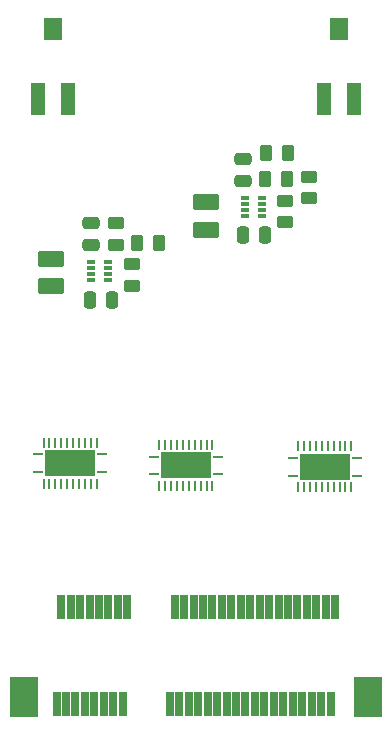
<source format=gbr>
%TF.GenerationSoftware,KiCad,Pcbnew,9.0.1+dfsg-1*%
%TF.CreationDate,2025-05-01T11:00:42+02:00*%
%TF.ProjectId,cellular-modem,63656c6c-756c-4617-922d-6d6f64656d2e,rev?*%
%TF.SameCoordinates,Original*%
%TF.FileFunction,Paste,Top*%
%TF.FilePolarity,Positive*%
%FSLAX46Y46*%
G04 Gerber Fmt 4.6, Leading zero omitted, Abs format (unit mm)*
G04 Created by KiCad (PCBNEW 9.0.1+dfsg-1) date 2025-05-01 11:00:42*
%MOMM*%
%LPD*%
G01*
G04 APERTURE LIST*
G04 Aperture macros list*
%AMRoundRect*
0 Rectangle with rounded corners*
0 $1 Rounding radius*
0 $2 $3 $4 $5 $6 $7 $8 $9 X,Y pos of 4 corners*
0 Add a 4 corners polygon primitive as box body*
4,1,4,$2,$3,$4,$5,$6,$7,$8,$9,$2,$3,0*
0 Add four circle primitives for the rounded corners*
1,1,$1+$1,$2,$3*
1,1,$1+$1,$4,$5*
1,1,$1+$1,$6,$7*
1,1,$1+$1,$8,$9*
0 Add four rect primitives between the rounded corners*
20,1,$1+$1,$2,$3,$4,$5,0*
20,1,$1+$1,$4,$5,$6,$7,0*
20,1,$1+$1,$6,$7,$8,$9,0*
20,1,$1+$1,$8,$9,$2,$3,0*%
G04 Aperture macros list end*
%ADD10C,0.000000*%
%ADD11R,0.812800X0.254000*%
%ADD12R,0.254000X0.812800*%
%ADD13R,4.191000X2.209800*%
%ADD14R,0.660000X0.320000*%
%ADD15RoundRect,0.250001X0.849999X-0.462499X0.849999X0.462499X-0.849999X0.462499X-0.849999X-0.462499X0*%
%ADD16RoundRect,0.250000X-0.450000X0.262500X-0.450000X-0.262500X0.450000X-0.262500X0.450000X0.262500X0*%
%ADD17RoundRect,0.250000X0.250000X0.475000X-0.250000X0.475000X-0.250000X-0.475000X0.250000X-0.475000X0*%
%ADD18RoundRect,0.250000X0.450000X-0.262500X0.450000X0.262500X-0.450000X0.262500X-0.450000X-0.262500X0*%
%ADD19R,1.500000X1.900000*%
%ADD20R,1.200000X2.700000*%
%ADD21RoundRect,0.250000X-0.262500X-0.450000X0.262500X-0.450000X0.262500X0.450000X-0.262500X0.450000X0*%
%ADD22R,0.640000X2.108200*%
%ADD23R,2.438400X3.352800*%
%ADD24RoundRect,0.250000X0.475000X-0.250000X0.475000X0.250000X-0.475000X0.250000X-0.475000X-0.250000X0*%
G04 APERTURE END LIST*
D10*
%TO.C,U3*%
G36*
X99226700Y-79224901D02*
G01*
X98029700Y-79224901D01*
X98029700Y-77215101D01*
X99226700Y-77215101D01*
X99226700Y-79224901D01*
G37*
G36*
X100623700Y-79224901D02*
G01*
X99426700Y-79224901D01*
X99426700Y-77215101D01*
X100623700Y-77215101D01*
X100623700Y-79224901D01*
G37*
G36*
X102020700Y-79224901D02*
G01*
X100823700Y-79224901D01*
X100823700Y-77215101D01*
X102020700Y-77215101D01*
X102020700Y-79224901D01*
G37*
%TO.C,U2*%
G36*
X87466500Y-79109900D02*
G01*
X86269500Y-79109900D01*
X86269500Y-77100100D01*
X87466500Y-77100100D01*
X87466500Y-79109900D01*
G37*
G36*
X88863500Y-79109900D02*
G01*
X87666500Y-79109900D01*
X87666500Y-77100100D01*
X88863500Y-77100100D01*
X88863500Y-79109900D01*
G37*
G36*
X90260500Y-79109900D02*
G01*
X89063500Y-79109900D01*
X89063500Y-77100100D01*
X90260500Y-77100100D01*
X90260500Y-79109900D01*
G37*
%TO.C,U1*%
G36*
X77667500Y-78932100D02*
G01*
X76470500Y-78932100D01*
X76470500Y-76922300D01*
X77667500Y-76922300D01*
X77667500Y-78932100D01*
G37*
G36*
X79064500Y-78932100D02*
G01*
X77867500Y-78932100D01*
X77867500Y-76922300D01*
X79064500Y-76922300D01*
X79064500Y-78932100D01*
G37*
G36*
X80461500Y-78932100D02*
G01*
X79264500Y-78932100D01*
X79264500Y-76922300D01*
X80461500Y-76922300D01*
X80461500Y-78932100D01*
G37*
%TD*%
D11*
%TO.C,U3*%
X102743000Y-77470000D03*
D12*
X102275201Y-76492801D03*
X101775199Y-76492801D03*
X101275200Y-76492801D03*
X100775201Y-76492801D03*
X100275200Y-76492801D03*
X99775200Y-76492801D03*
X99275199Y-76492801D03*
X98775200Y-76492801D03*
X98275201Y-76492801D03*
X97775199Y-76492801D03*
D11*
X97307400Y-77470000D03*
X97307400Y-78970002D03*
D12*
X97775199Y-79947201D03*
X98275201Y-79947201D03*
X98775200Y-79947201D03*
X99275199Y-79947201D03*
X99775200Y-79947201D03*
X100275200Y-79947201D03*
X100775201Y-79947201D03*
X101275200Y-79947201D03*
X101775199Y-79947201D03*
X102275201Y-79947201D03*
D11*
X102743000Y-78970002D03*
D13*
X100025200Y-78220001D03*
%TD*%
D14*
%TO.C,U4*%
X80220200Y-60916840D03*
X80220200Y-61416840D03*
X80220200Y-61916840D03*
X80220200Y-62416840D03*
X81690200Y-62416840D03*
X81690200Y-61916840D03*
X81690200Y-61416840D03*
X81690200Y-60916840D03*
%TD*%
D15*
%TO.C,L1*%
X76885800Y-62956240D03*
X76885800Y-60631240D03*
%TD*%
D16*
%TO.C,R7*%
X98729800Y-53672100D03*
X98729800Y-55497100D03*
%TD*%
D17*
%TO.C,C1*%
X94970600Y-58623200D03*
X93070600Y-58623200D03*
%TD*%
D18*
%TO.C,R5*%
X96697800Y-57527200D03*
X96697800Y-55702200D03*
%TD*%
D19*
%TO.C,J2*%
X77011600Y-41143799D03*
D20*
X75761600Y-47043799D03*
X78261600Y-47043799D03*
D19*
X101211600Y-41143799D03*
D20*
X99961600Y-47043799D03*
X102461600Y-47043799D03*
%TD*%
D21*
%TO.C,R8*%
X94974400Y-53848000D03*
X96799400Y-53848000D03*
%TD*%
D22*
%TO.C,J1*%
X77311601Y-98288398D03*
X77711600Y-90088397D03*
X78111602Y-98288398D03*
X78511601Y-90088397D03*
X78911600Y-98288398D03*
X79311602Y-90088397D03*
X79711601Y-98288398D03*
X80111600Y-90088397D03*
X80511599Y-98288398D03*
X80911601Y-90088397D03*
X81311600Y-98288398D03*
X81711600Y-90088397D03*
X82111601Y-98288398D03*
X82511601Y-90088397D03*
X82911600Y-98288398D03*
X83311601Y-90088397D03*
X86911599Y-98288398D03*
X87311601Y-90088397D03*
X87711600Y-98288398D03*
X88111599Y-90088397D03*
X88511601Y-98288398D03*
X88911600Y-90088397D03*
X89311600Y-98288398D03*
X89711599Y-90088397D03*
X90111601Y-98288398D03*
X90511600Y-90088397D03*
X90911599Y-98288398D03*
X91311601Y-90088397D03*
X91711600Y-98288398D03*
X92111599Y-90088397D03*
X92511598Y-98288398D03*
X92911600Y-90088397D03*
X93311599Y-98288398D03*
X93711598Y-90088397D03*
X94111600Y-98288398D03*
X94511599Y-90088397D03*
X94911599Y-98288398D03*
X95311600Y-90088397D03*
X95711599Y-98288398D03*
X96111599Y-90088397D03*
X96511598Y-98288398D03*
X96911600Y-90088397D03*
X97311599Y-98288398D03*
X97711598Y-90088397D03*
X98111600Y-98288398D03*
X98511599Y-90088397D03*
X98911598Y-98288398D03*
X99311600Y-90088397D03*
X99711599Y-98288398D03*
X100111598Y-90088397D03*
X100511598Y-98288398D03*
X100911599Y-90088397D03*
D23*
X74536598Y-97688400D03*
X103686602Y-97688400D03*
%TD*%
D15*
%TO.C,L2*%
X89966800Y-58154200D03*
X89966800Y-55829200D03*
%TD*%
D11*
%TO.C,U2*%
X85547200Y-78855001D03*
D12*
X86014999Y-79832200D03*
X86515001Y-79832200D03*
X87015000Y-79832200D03*
X87514999Y-79832200D03*
X88015000Y-79832200D03*
X88515000Y-79832200D03*
X89015001Y-79832200D03*
X89515000Y-79832200D03*
X90014999Y-79832200D03*
X90515001Y-79832200D03*
D11*
X90982800Y-78855001D03*
X90982800Y-77354999D03*
D12*
X90515001Y-76377800D03*
X90014999Y-76377800D03*
X89515000Y-76377800D03*
X89015001Y-76377800D03*
X88515000Y-76377800D03*
X88015000Y-76377800D03*
X87514999Y-76377800D03*
X87015000Y-76377800D03*
X86515001Y-76377800D03*
X86014999Y-76377800D03*
D11*
X85547200Y-77354999D03*
D13*
X88265000Y-78105000D03*
%TD*%
D21*
%TO.C,R6*%
X95072200Y-51689000D03*
X96897200Y-51689000D03*
%TD*%
%TO.C,R3*%
X84126700Y-59259640D03*
X85951700Y-59259640D03*
%TD*%
D18*
%TO.C,R1*%
X83718400Y-62891840D03*
X83718400Y-61066840D03*
%TD*%
D16*
%TO.C,R2*%
X82321400Y-57608640D03*
X82321400Y-59433640D03*
%TD*%
D14*
%TO.C,U5*%
X93268800Y-55473600D03*
X93268800Y-55973600D03*
X93268800Y-56473600D03*
X93268800Y-56973600D03*
X94738800Y-56973600D03*
X94738800Y-56473600D03*
X94738800Y-55973600D03*
X94738800Y-55473600D03*
%TD*%
D24*
%TO.C,C2*%
X80264000Y-59462840D03*
X80264000Y-57562840D03*
%TD*%
D11*
%TO.C,U1*%
X75748200Y-78677201D03*
D12*
X76215999Y-79654400D03*
X76716001Y-79654400D03*
X77216000Y-79654400D03*
X77715999Y-79654400D03*
X78216000Y-79654400D03*
X78716000Y-79654400D03*
X79216001Y-79654400D03*
X79716000Y-79654400D03*
X80215999Y-79654400D03*
X80716001Y-79654400D03*
D11*
X81183800Y-78677201D03*
X81183800Y-77177199D03*
D12*
X80716001Y-76200000D03*
X80215999Y-76200000D03*
X79716000Y-76200000D03*
X79216001Y-76200000D03*
X78716000Y-76200000D03*
X78216000Y-76200000D03*
X77715999Y-76200000D03*
X77216000Y-76200000D03*
X76716001Y-76200000D03*
X76215999Y-76200000D03*
D11*
X75748200Y-77177199D03*
D13*
X78466000Y-77927200D03*
%TD*%
D24*
%TO.C,C4*%
X93141800Y-54051200D03*
X93141800Y-52151200D03*
%TD*%
D17*
%TO.C,C3*%
X82011600Y-64085640D03*
X80111600Y-64085640D03*
%TD*%
M02*

</source>
